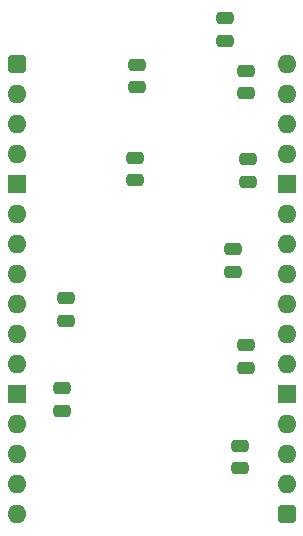
<source format=gbs>
%TF.GenerationSoftware,KiCad,Pcbnew,8.0.4*%
%TF.CreationDate,2024-08-12T19:35:30+02:00*%
%TF.ProjectId,HCP65 MPU NMI,48435036-3520-44d5-9055-204e4d492e6b,V1*%
%TF.SameCoordinates,PX54c81a0PY37b6b20*%
%TF.FileFunction,Soldermask,Bot*%
%TF.FilePolarity,Negative*%
%FSLAX46Y46*%
G04 Gerber Fmt 4.6, Leading zero omitted, Abs format (unit mm)*
G04 Created by KiCad (PCBNEW 8.0.4) date 2024-08-12 19:35:30*
%MOMM*%
%LPD*%
G01*
G04 APERTURE LIST*
G04 Aperture macros list*
%AMRoundRect*
0 Rectangle with rounded corners*
0 $1 Rounding radius*
0 $2 $3 $4 $5 $6 $7 $8 $9 X,Y pos of 4 corners*
0 Add a 4 corners polygon primitive as box body*
4,1,4,$2,$3,$4,$5,$6,$7,$8,$9,$2,$3,0*
0 Add four circle primitives for the rounded corners*
1,1,$1+$1,$2,$3*
1,1,$1+$1,$4,$5*
1,1,$1+$1,$6,$7*
1,1,$1+$1,$8,$9*
0 Add four rect primitives between the rounded corners*
20,1,$1+$1,$2,$3,$4,$5,0*
20,1,$1+$1,$4,$5,$6,$7,0*
20,1,$1+$1,$6,$7,$8,$9,0*
20,1,$1+$1,$8,$9,$2,$3,0*%
G04 Aperture macros list end*
%ADD10RoundRect,0.400000X-0.400000X-0.400000X0.400000X-0.400000X0.400000X0.400000X-0.400000X0.400000X0*%
%ADD11O,1.600000X1.600000*%
%ADD12R,1.600000X1.600000*%
%ADD13RoundRect,0.250000X-0.475000X0.250000X-0.475000X-0.250000X0.475000X-0.250000X0.475000X0.250000X0*%
%ADD14RoundRect,0.250000X0.475000X-0.250000X0.475000X0.250000X-0.475000X0.250000X-0.475000X-0.250000X0*%
G04 APERTURE END LIST*
D10*
%TO.C,J2*%
X0Y0D03*
D11*
X0Y-2540000D03*
X0Y-5080000D03*
X0Y-7620000D03*
D12*
X0Y-10160000D03*
D11*
X0Y-12700000D03*
X0Y-15240000D03*
X0Y-17780000D03*
X0Y-20320000D03*
X0Y-22860000D03*
X0Y-25400000D03*
D12*
X0Y-27940000D03*
D11*
X0Y-30480000D03*
X0Y-33020000D03*
X0Y-35560000D03*
X0Y-38100000D03*
D10*
X22860000Y-38100000D03*
D11*
X22860000Y-35560000D03*
X22860000Y-33020000D03*
X22860000Y-30480000D03*
D12*
X22860000Y-27940000D03*
D11*
X22860000Y-25400000D03*
X22860000Y-22860000D03*
X22860000Y-20320000D03*
X22860000Y-17780000D03*
X22860000Y-15240000D03*
X22860000Y-12700000D03*
D12*
X22860000Y-10160000D03*
D11*
X22860000Y-7620000D03*
X22860000Y-5080000D03*
X22860000Y-2540000D03*
X22860000Y0D03*
%TD*%
D13*
%TO.C,C15*%
X18923000Y-32340000D03*
X18923000Y-34240000D03*
%TD*%
%TO.C,C5*%
X18288000Y-15703000D03*
X18288000Y-17603000D03*
%TD*%
%TO.C,C10*%
X19558000Y-8083000D03*
X19558000Y-9983000D03*
%TD*%
%TO.C,C1*%
X19431000Y-23831000D03*
X19431000Y-25731000D03*
%TD*%
%TO.C,C2*%
X19431000Y-590000D03*
X19431000Y-2490000D03*
%TD*%
%TO.C,C6*%
X17653000Y3855000D03*
X17653000Y1955000D03*
%TD*%
%TO.C,C3*%
X10033000Y-7956000D03*
X10033000Y-9856000D03*
%TD*%
%TO.C,C14*%
X10160000Y-82000D03*
X10160000Y-1982000D03*
%TD*%
D14*
%TO.C,C7*%
X4191000Y-21762000D03*
X4191000Y-19862000D03*
%TD*%
%TO.C,C12*%
X3810000Y-29382000D03*
X3810000Y-27482000D03*
%TD*%
M02*

</source>
